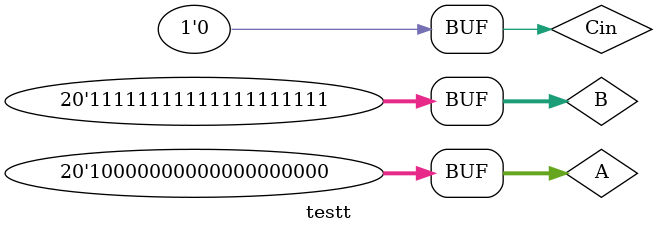
<source format=v>
`timescale 1ns / 1ps


module testt;

	// Inputs
	reg [19:0] A;
	reg [19:0] B;
	reg Cin;

	// Outputs
	wire Carry;
	wire [19:0] Sum;

	// Instantiate the Unit Under Test (UUT)
	CLA uut (
		.A(A), 
		.B(B), 
		.Cin(Cin), 
		.Carry(Carry), 
		.Sum(Sum)
	);

	initial begin
		// Initialize Inputs
		A = 0;
		B = 0;
		Cin = 0;

		// Wait 100 ns for global reset to finish
		#100;
        
		// Add stimulus here
		A[0] = 1;
		A[1] = 1;
		A[2] = 0;
		A[3] = 0;
		A[4] = 0;
		A[5] = 1;
		A[6] = 0;
		A[7] = 0;
		A[8] = 0;
		A[9] = 0;
		A[10] = 0;
		A[11] = 0;
		A[12] = 1;
		A[13] = 0;
		A[14] = 0;
		A[15] = 0;
		A[16] = 0;
		A[17] = 1;
		A[18] = 0;
		A[19] = 0;
		B[0] = 0;
		B[1] = 0;
		B[2] = 0;
		B[3] = 1;
		B[4] = 1;
		B[5] = 1;
		B[6] = 0;
		B[7] = 0;
		B[8] = 1;
		B[9] = 0;
		B[10] = 0;
		B[11] = 0;
		B[12] = 1;
		B[13] = 0;
		B[14] = 0;
		B[15] = 0;
		B[16] = 0;
		B[17] = 0;
		B[18] = 0;
		B[19] = 0;
		Cin=0;
		#100;
		A[0] = 1;
		A[1] = 1;
		A[2] = 1;
		A[3] = 0;
		A[4] = 0;
		A[5] = 1;
		A[6] = 0;
		A[7] = 0;
		A[8] = 0;
		A[9] = 0;
		A[10] = 1;
		A[11] = 1;
		A[12] = 1;
		A[13] = 0;
		A[14] = 0;
		A[15] = 0;
		A[16] = 0;
		A[17] = 0;
		A[18] = 0;
		A[19] = 0;
		B[0] = 1;
		B[1] = 1;
		B[2] = 0;
		B[3] = 0;
		B[4] = 0;
		B[5] = 0;
		B[6] = 1;
		B[7] = 0;
		B[8] = 0;
		B[9] = 0;
		B[10] = 0;
		B[11] = 0;
		B[12] = 0;
		B[13] = 0;
		B[14] = 0;
		B[15] = 0;
		B[16] = 0;
		B[17] = 0;
		B[18] = 0;
		B[19] = 0;
		Cin=1;
		#100;
		A[0] = 1;
		A[1] = 0;
		A[2] = 0;
		A[3] = 0;
		A[4] = 0;
		A[5] = 0;
		A[6] = 0;
		A[7] = 0;
		A[8] = 0;
		A[9] = 0;
		A[10] = 0;
		A[11] = 0;
		A[12] = 0;
		A[13] = 0;
		A[14] = 0;
		A[15] = 0;
		A[16] = 1;
		A[17] = 0;
		A[18] = 0;
		A[19] = 0;
		B[0] = 1;
		B[1] = 1;
		B[2] = 0;
		B[3] = 0;
		B[4] = 1;
		B[5] = 0;
		B[6] = 0;
		B[7] = 0;
		B[8] = 0;
		B[9] = 0;
		B[10] = 0;
		B[11] = 0;
		B[12] = 1;
		B[13] = 1;
		B[14] = 1;
		B[15] = 1;
		B[16] = 1;
		B[17] = 0;
		B[18] = 0;
		B[19] = 0;
		Cin=0;
		#100;
		A[0] = 1;
		A[1] = 1;
		A[2] = 1;
		A[3] = 0;
		A[4] = 0;
		A[5] = 1;
		A[6] = 0;
		A[7] = 0;
		A[8] = 0;
		A[9] = 0;
		A[10] = 1;
		A[11] = 1;
		A[12] = 1;
		A[13] = 0;
		A[14] = 0;
		A[15] = 0;
		A[16] = 0;
		A[17] = 0;
		A[18] = 0;
		A[19] = 0;
		B[0] = 1;
		B[1] = 1;
		B[2] = 0;
		B[3] = 0;
		B[4] = 0;
		B[5] = 0;
		B[6] = 1;
		B[7] = 0;
		B[8] = 0;
		B[9] = 0;
		B[10] = 0;
		B[11] = 0;
		B[12] = 0;
		B[13] = 1;
		B[14] = 0;
		B[15] = 0;
		B[16] = 0;
		B[17] = 0;
		B[18] = 1;
		B[19] = 0;
		Cin=1;
		#100;
		A[0] = 1;
		A[1] = 1;
		A[2] = 1;
		A[3] = 0;
		A[4] = 0;
		A[5] = 1;
		A[6] = 0;
		A[7] = 0;
		A[8] = 0;
		A[9] = 0;
		A[10] = 1;
		A[11] = 1;
		A[12] = 1;
		A[13] = 0;
		A[14] = 0;
		A[15] = 0;
		A[16] = 0;
		A[17] = 0;
		A[18] = 0;
		A[19] = 0;
		B[0] = 1;
		B[1] = 1;
		B[2] = 0;
		B[3] = 0;
		B[4] = 0;
		B[5] = 0;
		B[6] = 1;
		B[7] = 0;
		B[8] = 0;
		B[9] = 0;
		B[10] = 0;
		B[11] = 0;
		B[12] = 0;
		B[13] = 1;
		B[14] = 0;
		B[15] = 0;
		B[16] = 0;
		B[17] = 0;
		B[18] = 1;
		B[19] = 0;
		Cin=0;
		#100;
		A[0] = 0;
		A[1] = 0;
		A[2] = 0;
		A[3] = 0;
		A[4] = 0;
		A[5] = 0;
		A[6] = 0;
		A[7] = 0;
		A[8] = 0;
		A[9] = 0;
		A[10] = 0;
		A[11] = 0;
		A[12] = 0;
		A[13] = 0;
		A[14] = 0;
		A[15] = 0;
		A[16] = 0;
		A[17] = 0;
		A[18] = 0;
		A[19] = 1;
		B[0] = 1;
		B[1] = 1;
		B[2] = 1;
		B[3] = 1;
		B[4] = 1;
		B[5] = 1;
		B[6] = 1;
		B[7] = 1;
		B[8] = 1;
		B[9] = 1;
		B[10] = 1;
		B[11] = 1;
		B[12] = 1;
		B[13] = 1;
		B[14] = 1;
		B[15] = 1;
		B[16] = 1;
		B[17] = 1;
		B[18] = 1;
		B[19] = 1;
		Cin=0;

	end
      
endmodule


</source>
